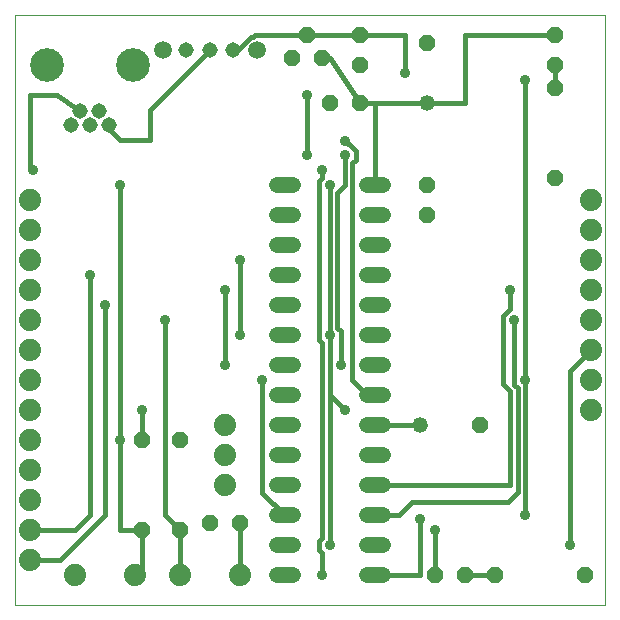
<source format=gtl>
G75*
%MOIN*%
%OFA0B0*%
%FSLAX25Y25*%
%IPPOS*%
%LPD*%
%AMOC8*
5,1,8,0,0,1.08239X$1,22.5*
%
%ADD10C,0.00000*%
%ADD11OC8,0.05200*%
%ADD12C,0.05200*%
%ADD13C,0.07400*%
%ADD14C,0.05150*%
%ADD15C,0.11220*%
%ADD16C,0.05200*%
%ADD17C,0.05937*%
%ADD18C,0.01600*%
%ADD19C,0.03562*%
D10*
X0001800Y0001800D02*
X0001800Y0198650D01*
X0198650Y0198650D01*
X0198650Y0001800D01*
X0001800Y0001800D01*
D11*
X0044300Y0026800D03*
X0056800Y0026800D03*
X0066800Y0029300D03*
X0076800Y0029300D03*
X0056800Y0056800D03*
X0044300Y0056800D03*
X0139300Y0131800D03*
X0139300Y0141800D03*
X0116800Y0169300D03*
X0106800Y0169300D03*
X0116800Y0181800D03*
X0116800Y0191800D03*
X0104300Y0184300D03*
X0099300Y0191800D03*
X0094300Y0184300D03*
X0139300Y0189300D03*
X0181800Y0191800D03*
X0181800Y0181800D03*
X0181800Y0174300D03*
X0181800Y0144300D03*
X0156800Y0061800D03*
X0151800Y0011800D03*
X0141800Y0011800D03*
X0161800Y0011800D03*
X0191800Y0011800D03*
D12*
X0136800Y0061800D03*
X0139300Y0169300D03*
D13*
X0193800Y0136800D03*
X0193800Y0126800D03*
X0193800Y0116800D03*
X0193800Y0106800D03*
X0193800Y0096800D03*
X0193800Y0086800D03*
X0193800Y0076800D03*
X0193800Y0066800D03*
X0076800Y0011800D03*
X0056800Y0011800D03*
X0041800Y0011800D03*
X0021800Y0011800D03*
X0006800Y0016800D03*
X0006800Y0026800D03*
X0006800Y0036800D03*
X0006800Y0046800D03*
X0006800Y0056800D03*
X0006800Y0066800D03*
X0006800Y0076800D03*
X0006800Y0086800D03*
X0006800Y0096800D03*
X0006800Y0106800D03*
X0006800Y0116800D03*
X0006800Y0126800D03*
X0006800Y0136800D03*
X0071800Y0061800D03*
X0071800Y0051800D03*
X0071800Y0041800D03*
D14*
X0033099Y0161721D03*
X0029950Y0166446D03*
X0026800Y0161721D03*
X0023650Y0166446D03*
X0020501Y0161721D03*
X0058926Y0186800D03*
X0066800Y0186800D03*
X0074674Y0186800D03*
D15*
X0041170Y0181800D03*
X0012430Y0181800D03*
D16*
X0089200Y0141800D02*
X0094400Y0141800D01*
X0094400Y0131800D02*
X0089200Y0131800D01*
X0089200Y0121800D02*
X0094400Y0121800D01*
X0094400Y0111800D02*
X0089200Y0111800D01*
X0089200Y0101800D02*
X0094400Y0101800D01*
X0094400Y0091800D02*
X0089200Y0091800D01*
X0089200Y0081800D02*
X0094400Y0081800D01*
X0094400Y0071800D02*
X0089200Y0071800D01*
X0089200Y0061800D02*
X0094400Y0061800D01*
X0094400Y0051800D02*
X0089200Y0051800D01*
X0089200Y0041800D02*
X0094400Y0041800D01*
X0094400Y0031800D02*
X0089200Y0031800D01*
X0089200Y0021800D02*
X0094400Y0021800D01*
X0094400Y0011800D02*
X0089200Y0011800D01*
X0119200Y0011800D02*
X0124400Y0011800D01*
X0124400Y0021800D02*
X0119200Y0021800D01*
X0119200Y0031800D02*
X0124400Y0031800D01*
X0124400Y0041800D02*
X0119200Y0041800D01*
X0119200Y0051800D02*
X0124400Y0051800D01*
X0124400Y0061800D02*
X0119200Y0061800D01*
X0119200Y0071800D02*
X0124400Y0071800D01*
X0124400Y0081800D02*
X0119200Y0081800D01*
X0119200Y0091800D02*
X0124400Y0091800D01*
X0124400Y0101800D02*
X0119200Y0101800D01*
X0119200Y0111800D02*
X0124400Y0111800D01*
X0124400Y0121800D02*
X0119200Y0121800D01*
X0119200Y0131800D02*
X0124400Y0131800D01*
X0124400Y0141800D02*
X0119200Y0141800D01*
D17*
X0082548Y0186800D03*
X0051052Y0186800D03*
D18*
X0066800Y0186800D02*
X0046800Y0166800D01*
X0046800Y0156800D01*
X0036800Y0156800D01*
X0033099Y0160501D01*
X0033099Y0161721D01*
X0023650Y0166446D02*
X0015796Y0171800D01*
X0006800Y0171800D01*
X0006800Y0146800D01*
X0007781Y0146800D01*
X0036800Y0141800D02*
X0036800Y0056800D01*
X0036800Y0026800D01*
X0044300Y0026800D01*
X0044300Y0014300D01*
X0041800Y0011800D01*
X0056800Y0011800D02*
X0056800Y0026800D01*
X0051800Y0031800D01*
X0051800Y0096800D01*
X0031800Y0101800D02*
X0031800Y0031800D01*
X0016800Y0016800D01*
X0006800Y0016800D01*
X0006800Y0026800D02*
X0021800Y0026800D01*
X0026800Y0031800D01*
X0026800Y0111800D01*
X0071800Y0106800D02*
X0071800Y0081800D01*
X0076800Y0091800D02*
X0076800Y0116800D01*
X0103219Y0143283D02*
X0103219Y0090317D01*
X0104300Y0089236D01*
X0104300Y0024364D01*
X0103219Y0023283D01*
X0103219Y0020317D01*
X0104300Y0019236D01*
X0104300Y0011800D01*
X0106800Y0021800D02*
X0106800Y0071800D01*
X0111800Y0066800D01*
X0106800Y0071800D02*
X0106800Y0091800D01*
X0106800Y0141800D01*
X0109332Y0139268D02*
X0109332Y0094332D01*
X0110381Y0093283D01*
X0110381Y0081800D01*
X0114300Y0076800D02*
X0114300Y0149236D01*
X0115381Y0150317D01*
X0115381Y0153283D01*
X0113283Y0155381D01*
X0112981Y0155381D01*
X0111800Y0156562D01*
X0111800Y0151800D02*
X0111800Y0141736D01*
X0109332Y0139268D01*
X0104300Y0144364D02*
X0103219Y0143283D01*
X0104300Y0144364D02*
X0104300Y0146800D01*
X0099300Y0151800D02*
X0099300Y0171800D01*
X0104300Y0184300D02*
X0106800Y0184300D01*
X0116800Y0169300D01*
X0121800Y0169300D01*
X0121800Y0141800D01*
X0116800Y0169300D02*
X0139300Y0169300D01*
X0151800Y0169300D01*
X0151800Y0191800D01*
X0181800Y0191800D01*
X0181800Y0181800D02*
X0181800Y0174300D01*
X0171800Y0176800D02*
X0171800Y0076800D01*
X0171800Y0031800D01*
X0166362Y0036362D02*
X0134323Y0036362D01*
X0129760Y0031800D01*
X0121800Y0031800D01*
X0121800Y0041800D02*
X0167000Y0041800D01*
X0167000Y0073141D01*
X0164638Y0075504D01*
X0164638Y0098283D01*
X0166800Y0100446D01*
X0166800Y0106800D01*
X0168219Y0096800D02*
X0168219Y0075317D01*
X0169400Y0074136D01*
X0169400Y0039400D01*
X0166362Y0036362D01*
X0186800Y0021800D02*
X0186800Y0079800D01*
X0193800Y0086800D01*
X0136800Y0061800D02*
X0121800Y0061800D01*
X0121800Y0071800D02*
X0119300Y0071800D01*
X0114300Y0076800D01*
X0084300Y0076800D02*
X0084300Y0039300D01*
X0091800Y0031800D01*
X0076800Y0029300D02*
X0076800Y0011800D01*
X0121800Y0011800D02*
X0136800Y0011800D01*
X0136800Y0030381D01*
X0141800Y0026800D02*
X0141800Y0011800D01*
X0151800Y0011800D02*
X0161800Y0011800D01*
X0044300Y0056800D02*
X0044300Y0066800D01*
X0131800Y0179300D02*
X0131800Y0191800D01*
X0116800Y0191800D01*
X0099300Y0191800D01*
X0081800Y0191800D01*
X0081369Y0191369D01*
X0080656Y0191369D01*
X0076087Y0186800D01*
X0074674Y0186800D01*
D19*
X0099300Y0171800D03*
X0111800Y0156562D03*
X0111800Y0151800D03*
X0104300Y0146800D03*
X0099300Y0151800D03*
X0106800Y0141800D03*
X0076800Y0116800D03*
X0071800Y0106800D03*
X0076800Y0091800D03*
X0071800Y0081800D03*
X0084300Y0076800D03*
X0106800Y0091800D03*
X0110381Y0081800D03*
X0111800Y0066800D03*
X0136800Y0030381D03*
X0141800Y0026800D03*
X0171800Y0031800D03*
X0186800Y0021800D03*
X0171800Y0076800D03*
X0168219Y0096800D03*
X0166800Y0106800D03*
X0171800Y0176800D03*
X0131800Y0179300D03*
X0051800Y0096800D03*
X0031800Y0101800D03*
X0026800Y0111800D03*
X0036800Y0141800D03*
X0007781Y0146800D03*
X0044300Y0066800D03*
X0036800Y0056800D03*
X0104300Y0011800D03*
X0106800Y0021800D03*
M02*

</source>
